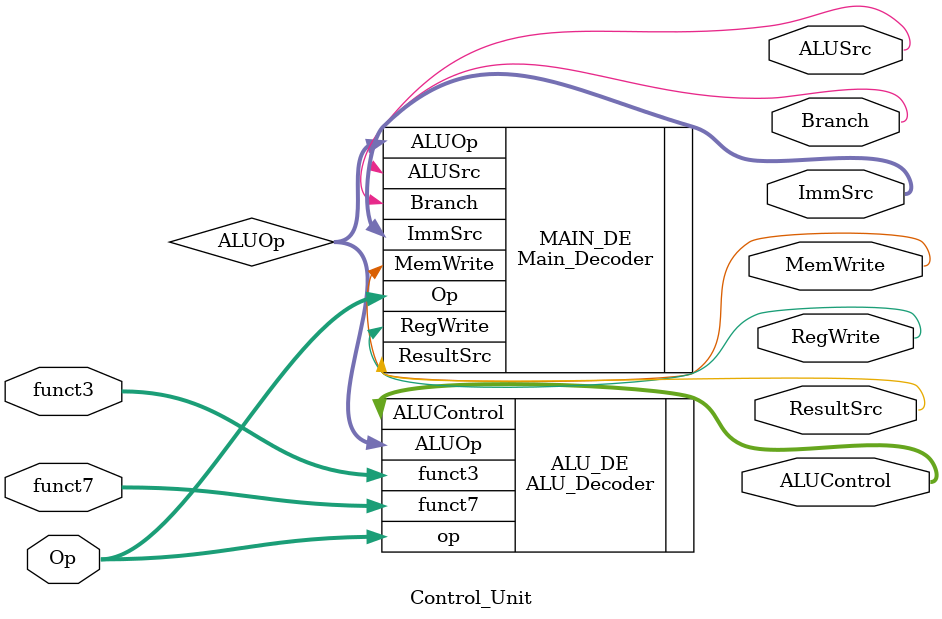
<source format=v>
`timescale 1ns / 1ps

module Control_Unit(
    input [6:0]Op,funct7,
    input [2:0]funct3,
    output RegWrite,ALUSrc,MemWrite,ResultSrc,Branch,
    output [1:0]ImmSrc,
    output [3:0]ALUControl
    );
    
    wire [1:0]ALUOp;
    
    Main_Decoder MAIN_DE (
        .Op(Op), 
        .RegWrite(RegWrite), 
        .ALUSrc(ALUSrc), 
        .MemWrite(MemWrite), 
        .ResultSrc(ResultSrc), 
        .Branch(Branch), 
        .ImmSrc(ImmSrc), 
        .ALUOp(ALUOp)
        );  
    ALU_Decoder ALU_DE (
        .ALUOp(ALUOp), 
        .funct3(funct3), 
        .funct7(funct7), 
        .op(Op), 
        .ALUControl(ALUControl)
        );
endmodule
</source>
